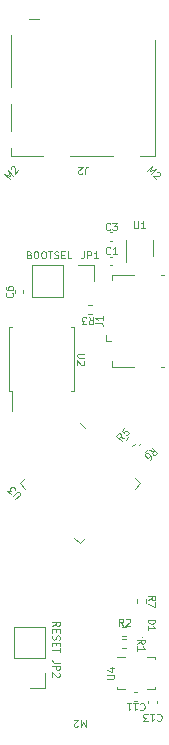
<source format=gbr>
%TF.GenerationSoftware,KiCad,Pcbnew,(6.0.7)*%
%TF.CreationDate,2022-08-25T19:07:38-04:00*%
%TF.ProjectId,msbaker,6d736261-6b65-4722-9e6b-696361645f70,3*%
%TF.SameCoordinates,Original*%
%TF.FileFunction,Legend,Top*%
%TF.FilePolarity,Positive*%
%FSLAX46Y46*%
G04 Gerber Fmt 4.6, Leading zero omitted, Abs format (unit mm)*
G04 Created by KiCad (PCBNEW (6.0.7)) date 2022-08-25 19:07:38*
%MOMM*%
%LPD*%
G01*
G04 APERTURE LIST*
%ADD10C,0.076200*%
%ADD11C,0.120000*%
%ADD12C,0.100000*%
G04 APERTURE END LIST*
D10*
%TO.C,J2*%
X184703333Y-81334047D02*
X184703333Y-80898333D01*
X184732380Y-80811190D01*
X184790476Y-80753095D01*
X184877619Y-80724047D01*
X184935714Y-80724047D01*
X184441904Y-81275952D02*
X184412857Y-81305000D01*
X184354761Y-81334047D01*
X184209523Y-81334047D01*
X184151428Y-81305000D01*
X184122380Y-81275952D01*
X184093333Y-81217857D01*
X184093333Y-81159761D01*
X184122380Y-81072619D01*
X184470952Y-80724047D01*
X184093333Y-80724047D01*
%TO.C,J1*%
X185565952Y-93953333D02*
X186001666Y-93953333D01*
X186088809Y-93982380D01*
X186146904Y-94040476D01*
X186175952Y-94127619D01*
X186175952Y-94185714D01*
X186175952Y-93343333D02*
X186175952Y-93691904D01*
X186175952Y-93517619D02*
X185565952Y-93517619D01*
X185653095Y-93575714D01*
X185711190Y-93633809D01*
X185740238Y-93691904D01*
%TO.C,R2*%
X187898333Y-119575952D02*
X187695000Y-119285476D01*
X187549761Y-119575952D02*
X187549761Y-118965952D01*
X187782142Y-118965952D01*
X187840238Y-118995000D01*
X187869285Y-119024047D01*
X187898333Y-119082142D01*
X187898333Y-119169285D01*
X187869285Y-119227380D01*
X187840238Y-119256428D01*
X187782142Y-119285476D01*
X187549761Y-119285476D01*
X188130714Y-119024047D02*
X188159761Y-118995000D01*
X188217857Y-118965952D01*
X188363095Y-118965952D01*
X188421190Y-118995000D01*
X188450238Y-119024047D01*
X188479285Y-119082142D01*
X188479285Y-119140238D01*
X188450238Y-119227380D01*
X188101666Y-119575952D01*
X188479285Y-119575952D01*
%TO.C,U1*%
X188835238Y-85315952D02*
X188835238Y-85809761D01*
X188864285Y-85867857D01*
X188893333Y-85896904D01*
X188951428Y-85925952D01*
X189067619Y-85925952D01*
X189125714Y-85896904D01*
X189154761Y-85867857D01*
X189183809Y-85809761D01*
X189183809Y-85315952D01*
X189793809Y-85925952D02*
X189445238Y-85925952D01*
X189619523Y-85925952D02*
X189619523Y-85315952D01*
X189561428Y-85403095D01*
X189503333Y-85461190D01*
X189445238Y-85490238D01*
%TO.C,U2*%
X184634047Y-96535238D02*
X184140238Y-96535238D01*
X184082142Y-96564285D01*
X184053095Y-96593333D01*
X184024047Y-96651428D01*
X184024047Y-96767619D01*
X184053095Y-96825714D01*
X184082142Y-96854761D01*
X184140238Y-96883809D01*
X184634047Y-96883809D01*
X184575952Y-97145238D02*
X184605000Y-97174285D01*
X184634047Y-97232380D01*
X184634047Y-97377619D01*
X184605000Y-97435714D01*
X184575952Y-97464761D01*
X184517857Y-97493809D01*
X184459761Y-97493809D01*
X184372619Y-97464761D01*
X184024047Y-97116190D01*
X184024047Y-97493809D01*
%TO.C,U4*%
X186565952Y-124064761D02*
X187059761Y-124064761D01*
X187117857Y-124035714D01*
X187146904Y-124006666D01*
X187175952Y-123948571D01*
X187175952Y-123832380D01*
X187146904Y-123774285D01*
X187117857Y-123745238D01*
X187059761Y-123716190D01*
X186565952Y-123716190D01*
X186769285Y-123164285D02*
X187175952Y-123164285D01*
X186536904Y-123309523D02*
X186972619Y-123454761D01*
X186972619Y-123077142D01*
%TO.C,M2*%
X189955696Y-81045951D02*
X190387031Y-80614616D01*
X190222713Y-81066491D01*
X190674588Y-80902173D01*
X190243252Y-81333508D01*
X190818366Y-81128110D02*
X190859445Y-81128110D01*
X190921065Y-81148650D01*
X191023764Y-81251349D01*
X191044303Y-81312968D01*
X191044303Y-81354048D01*
X191023764Y-81415667D01*
X190982684Y-81456747D01*
X190900525Y-81497826D01*
X190407571Y-81497826D01*
X190674588Y-81764843D01*
%TO.C,C3*%
X186798333Y-86017857D02*
X186769285Y-86046904D01*
X186682142Y-86075952D01*
X186624047Y-86075952D01*
X186536904Y-86046904D01*
X186478809Y-85988809D01*
X186449761Y-85930714D01*
X186420714Y-85814523D01*
X186420714Y-85727380D01*
X186449761Y-85611190D01*
X186478809Y-85553095D01*
X186536904Y-85495000D01*
X186624047Y-85465952D01*
X186682142Y-85465952D01*
X186769285Y-85495000D01*
X186798333Y-85524047D01*
X187001666Y-85465952D02*
X187379285Y-85465952D01*
X187175952Y-85698333D01*
X187263095Y-85698333D01*
X187321190Y-85727380D01*
X187350238Y-85756428D01*
X187379285Y-85814523D01*
X187379285Y-85959761D01*
X187350238Y-86017857D01*
X187321190Y-86046904D01*
X187263095Y-86075952D01*
X187088809Y-86075952D01*
X187030714Y-86046904D01*
X187001666Y-86017857D01*
%TO.C,M2*%
X178295951Y-81744303D02*
X177864616Y-81312968D01*
X178316491Y-81477286D01*
X178152173Y-81025411D01*
X178583508Y-81456747D01*
X178378110Y-80881633D02*
X178378110Y-80840554D01*
X178398650Y-80778934D01*
X178501349Y-80676235D01*
X178562968Y-80655696D01*
X178604048Y-80655696D01*
X178665667Y-80676235D01*
X178706747Y-80717315D01*
X178747826Y-80799474D01*
X178747826Y-81292428D01*
X179014843Y-81025411D01*
%TO.C,R7*%
X190024047Y-117398333D02*
X190314523Y-117195000D01*
X190024047Y-117049761D02*
X190634047Y-117049761D01*
X190634047Y-117282142D01*
X190605000Y-117340238D01*
X190575952Y-117369285D01*
X190517857Y-117398333D01*
X190430714Y-117398333D01*
X190372619Y-117369285D01*
X190343571Y-117340238D01*
X190314523Y-117282142D01*
X190314523Y-117049761D01*
X190634047Y-117601666D02*
X190634047Y-118008333D01*
X190024047Y-117746904D01*
%TO.C,M2*%
X184743809Y-127524047D02*
X184743809Y-128134047D01*
X184540476Y-127698333D01*
X184337142Y-128134047D01*
X184337142Y-127524047D01*
X184075714Y-128075952D02*
X184046666Y-128105000D01*
X183988571Y-128134047D01*
X183843333Y-128134047D01*
X183785238Y-128105000D01*
X183756190Y-128075952D01*
X183727142Y-128017857D01*
X183727142Y-127959761D01*
X183756190Y-127872619D01*
X184104761Y-127524047D01*
X183727142Y-127524047D01*
%TO.C,C6*%
X178517857Y-91401666D02*
X178546904Y-91430714D01*
X178575952Y-91517857D01*
X178575952Y-91575952D01*
X178546904Y-91663095D01*
X178488809Y-91721190D01*
X178430714Y-91750238D01*
X178314523Y-91779285D01*
X178227380Y-91779285D01*
X178111190Y-91750238D01*
X178053095Y-91721190D01*
X177995000Y-91663095D01*
X177965952Y-91575952D01*
X177965952Y-91517857D01*
X177995000Y-91430714D01*
X178024047Y-91401666D01*
X177965952Y-90878809D02*
X177965952Y-90995000D01*
X177995000Y-91053095D01*
X178024047Y-91082142D01*
X178111190Y-91140238D01*
X178227380Y-91169285D01*
X178459761Y-91169285D01*
X178517857Y-91140238D01*
X178546904Y-91111190D01*
X178575952Y-91053095D01*
X178575952Y-90936904D01*
X178546904Y-90878809D01*
X178517857Y-90849761D01*
X178459761Y-90820714D01*
X178314523Y-90820714D01*
X178256428Y-90849761D01*
X178227380Y-90878809D01*
X178198333Y-90936904D01*
X178198333Y-91053095D01*
X178227380Y-91111190D01*
X178256428Y-91140238D01*
X178314523Y-91169285D01*
%TO.C,R1*%
X189124047Y-121098333D02*
X189414523Y-120895000D01*
X189124047Y-120749761D02*
X189734047Y-120749761D01*
X189734047Y-120982142D01*
X189705000Y-121040238D01*
X189675952Y-121069285D01*
X189617857Y-121098333D01*
X189530714Y-121098333D01*
X189472619Y-121069285D01*
X189443571Y-121040238D01*
X189414523Y-120982142D01*
X189414523Y-120749761D01*
X189124047Y-121679285D02*
X189124047Y-121330714D01*
X189124047Y-121505000D02*
X189734047Y-121505000D01*
X189646904Y-121446904D01*
X189588809Y-121388809D01*
X189559761Y-121330714D01*
%TO.C,R6*%
X190126761Y-104732983D02*
X190475937Y-104794602D01*
X190373238Y-104486505D02*
X190804573Y-104917840D01*
X190640255Y-105082159D01*
X190578636Y-105102698D01*
X190537556Y-105102698D01*
X190475937Y-105082159D01*
X190414318Y-105020539D01*
X190393778Y-104958920D01*
X190393778Y-104917840D01*
X190414318Y-104856221D01*
X190578636Y-104691903D01*
X190188380Y-105534033D02*
X190270539Y-105451874D01*
X190291079Y-105390255D01*
X190291079Y-105349176D01*
X190270539Y-105246477D01*
X190208920Y-105143778D01*
X190044602Y-104979460D01*
X189982983Y-104958920D01*
X189941903Y-104958920D01*
X189880284Y-104979460D01*
X189798125Y-105061619D01*
X189777585Y-105123238D01*
X189777585Y-105164318D01*
X189798125Y-105225937D01*
X189900823Y-105328636D01*
X189962443Y-105349176D01*
X190003522Y-105349176D01*
X190065142Y-105328636D01*
X190147301Y-105246477D01*
X190167840Y-105184857D01*
X190167840Y-105143778D01*
X190147301Y-105082159D01*
%TO.C,R3*%
X185001666Y-93424047D02*
X185205000Y-93714523D01*
X185350238Y-93424047D02*
X185350238Y-94034047D01*
X185117857Y-94034047D01*
X185059761Y-94005000D01*
X185030714Y-93975952D01*
X185001666Y-93917857D01*
X185001666Y-93830714D01*
X185030714Y-93772619D01*
X185059761Y-93743571D01*
X185117857Y-93714523D01*
X185350238Y-93714523D01*
X184798333Y-94034047D02*
X184420714Y-94034047D01*
X184624047Y-93801666D01*
X184536904Y-93801666D01*
X184478809Y-93772619D01*
X184449761Y-93743571D01*
X184420714Y-93685476D01*
X184420714Y-93540238D01*
X184449761Y-93482142D01*
X184478809Y-93453095D01*
X184536904Y-93424047D01*
X184711190Y-93424047D01*
X184769285Y-93453095D01*
X184798333Y-93482142D01*
%TO.C,D1*%
X190024047Y-119049761D02*
X190634047Y-119049761D01*
X190634047Y-119195000D01*
X190605000Y-119282142D01*
X190546904Y-119340238D01*
X190488809Y-119369285D01*
X190372619Y-119398333D01*
X190285476Y-119398333D01*
X190169285Y-119369285D01*
X190111190Y-119340238D01*
X190053095Y-119282142D01*
X190024047Y-119195000D01*
X190024047Y-119049761D01*
X190024047Y-119979285D02*
X190024047Y-119630714D01*
X190024047Y-119805000D02*
X190634047Y-119805000D01*
X190546904Y-119746904D01*
X190488809Y-119688809D01*
X190459761Y-119630714D01*
%TO.C,R5*%
X188023238Y-103667016D02*
X187674062Y-103605397D01*
X187776761Y-103913494D02*
X187345426Y-103482159D01*
X187509744Y-103317840D01*
X187571363Y-103297301D01*
X187612443Y-103297301D01*
X187674062Y-103317840D01*
X187735681Y-103379460D01*
X187756221Y-103441079D01*
X187756221Y-103482159D01*
X187735681Y-103543778D01*
X187571363Y-103708096D01*
X187982159Y-102845426D02*
X187776761Y-103050823D01*
X187961619Y-103276761D01*
X187961619Y-103235681D01*
X187982159Y-103174062D01*
X188084857Y-103071363D01*
X188146477Y-103050823D01*
X188187556Y-103050823D01*
X188249176Y-103071363D01*
X188351874Y-103174062D01*
X188372414Y-103235681D01*
X188372414Y-103276761D01*
X188351874Y-103338380D01*
X188249176Y-103441079D01*
X188187556Y-103461619D01*
X188146477Y-103461619D01*
%TO.C,U3*%
X178792428Y-108864843D02*
X179141605Y-108515667D01*
X179162144Y-108454048D01*
X179162144Y-108412968D01*
X179141605Y-108351349D01*
X179059445Y-108269190D01*
X178997826Y-108248650D01*
X178956747Y-108248650D01*
X178895127Y-108269190D01*
X178545951Y-108618366D01*
X178381633Y-108454048D02*
X178114616Y-108187031D01*
X178422713Y-108166491D01*
X178361093Y-108104872D01*
X178340554Y-108043252D01*
X178340554Y-108002173D01*
X178361093Y-107940554D01*
X178463792Y-107837855D01*
X178525411Y-107817315D01*
X178566491Y-107817315D01*
X178628110Y-107837855D01*
X178751349Y-107961093D01*
X178771889Y-108022713D01*
X178771889Y-108063792D01*
%TO.C,JP1*%
X184591666Y-87865952D02*
X184591666Y-88301666D01*
X184562619Y-88388809D01*
X184504523Y-88446904D01*
X184417380Y-88475952D01*
X184359285Y-88475952D01*
X184882142Y-88475952D02*
X184882142Y-87865952D01*
X185114523Y-87865952D01*
X185172619Y-87895000D01*
X185201666Y-87924047D01*
X185230714Y-87982142D01*
X185230714Y-88069285D01*
X185201666Y-88127380D01*
X185172619Y-88156428D01*
X185114523Y-88185476D01*
X184882142Y-88185476D01*
X185811666Y-88475952D02*
X185463095Y-88475952D01*
X185637380Y-88475952D02*
X185637380Y-87865952D01*
X185579285Y-87953095D01*
X185521190Y-88011190D01*
X185463095Y-88040238D01*
X179958809Y-88156428D02*
X180045952Y-88185476D01*
X180075000Y-88214523D01*
X180104047Y-88272619D01*
X180104047Y-88359761D01*
X180075000Y-88417857D01*
X180045952Y-88446904D01*
X179987857Y-88475952D01*
X179755476Y-88475952D01*
X179755476Y-87865952D01*
X179958809Y-87865952D01*
X180016904Y-87895000D01*
X180045952Y-87924047D01*
X180075000Y-87982142D01*
X180075000Y-88040238D01*
X180045952Y-88098333D01*
X180016904Y-88127380D01*
X179958809Y-88156428D01*
X179755476Y-88156428D01*
X180481666Y-87865952D02*
X180597857Y-87865952D01*
X180655952Y-87895000D01*
X180714047Y-87953095D01*
X180743095Y-88069285D01*
X180743095Y-88272619D01*
X180714047Y-88388809D01*
X180655952Y-88446904D01*
X180597857Y-88475952D01*
X180481666Y-88475952D01*
X180423571Y-88446904D01*
X180365476Y-88388809D01*
X180336428Y-88272619D01*
X180336428Y-88069285D01*
X180365476Y-87953095D01*
X180423571Y-87895000D01*
X180481666Y-87865952D01*
X181120714Y-87865952D02*
X181236904Y-87865952D01*
X181295000Y-87895000D01*
X181353095Y-87953095D01*
X181382142Y-88069285D01*
X181382142Y-88272619D01*
X181353095Y-88388809D01*
X181295000Y-88446904D01*
X181236904Y-88475952D01*
X181120714Y-88475952D01*
X181062619Y-88446904D01*
X181004523Y-88388809D01*
X180975476Y-88272619D01*
X180975476Y-88069285D01*
X181004523Y-87953095D01*
X181062619Y-87895000D01*
X181120714Y-87865952D01*
X181556428Y-87865952D02*
X181905000Y-87865952D01*
X181730714Y-88475952D02*
X181730714Y-87865952D01*
X182079285Y-88446904D02*
X182166428Y-88475952D01*
X182311666Y-88475952D01*
X182369761Y-88446904D01*
X182398809Y-88417857D01*
X182427857Y-88359761D01*
X182427857Y-88301666D01*
X182398809Y-88243571D01*
X182369761Y-88214523D01*
X182311666Y-88185476D01*
X182195476Y-88156428D01*
X182137380Y-88127380D01*
X182108333Y-88098333D01*
X182079285Y-88040238D01*
X182079285Y-87982142D01*
X182108333Y-87924047D01*
X182137380Y-87895000D01*
X182195476Y-87865952D01*
X182340714Y-87865952D01*
X182427857Y-87895000D01*
X182689285Y-88156428D02*
X182892619Y-88156428D01*
X182979761Y-88475952D02*
X182689285Y-88475952D01*
X182689285Y-87865952D01*
X182979761Y-87865952D01*
X183531666Y-88475952D02*
X183241190Y-88475952D01*
X183241190Y-87865952D01*
%TO.C,C13*%
X190792142Y-127082142D02*
X190821190Y-127053095D01*
X190908333Y-127024047D01*
X190966428Y-127024047D01*
X191053571Y-127053095D01*
X191111666Y-127111190D01*
X191140714Y-127169285D01*
X191169761Y-127285476D01*
X191169761Y-127372619D01*
X191140714Y-127488809D01*
X191111666Y-127546904D01*
X191053571Y-127605000D01*
X190966428Y-127634047D01*
X190908333Y-127634047D01*
X190821190Y-127605000D01*
X190792142Y-127575952D01*
X190211190Y-127024047D02*
X190559761Y-127024047D01*
X190385476Y-127024047D02*
X190385476Y-127634047D01*
X190443571Y-127546904D01*
X190501666Y-127488809D01*
X190559761Y-127459761D01*
X190007857Y-127634047D02*
X189630238Y-127634047D01*
X189833571Y-127401666D01*
X189746428Y-127401666D01*
X189688333Y-127372619D01*
X189659285Y-127343571D01*
X189630238Y-127285476D01*
X189630238Y-127140238D01*
X189659285Y-127082142D01*
X189688333Y-127053095D01*
X189746428Y-127024047D01*
X189920714Y-127024047D01*
X189978809Y-127053095D01*
X190007857Y-127082142D01*
%TO.C,C1*%
X186798333Y-88067857D02*
X186769285Y-88096904D01*
X186682142Y-88125952D01*
X186624047Y-88125952D01*
X186536904Y-88096904D01*
X186478809Y-88038809D01*
X186449761Y-87980714D01*
X186420714Y-87864523D01*
X186420714Y-87777380D01*
X186449761Y-87661190D01*
X186478809Y-87603095D01*
X186536904Y-87545000D01*
X186624047Y-87515952D01*
X186682142Y-87515952D01*
X186769285Y-87545000D01*
X186798333Y-87574047D01*
X187379285Y-88125952D02*
X187030714Y-88125952D01*
X187205000Y-88125952D02*
X187205000Y-87515952D01*
X187146904Y-87603095D01*
X187088809Y-87661190D01*
X187030714Y-87690238D01*
%TO.C,JP2*%
X182534047Y-122691666D02*
X182098333Y-122691666D01*
X182011190Y-122662619D01*
X181953095Y-122604523D01*
X181924047Y-122517380D01*
X181924047Y-122459285D01*
X181924047Y-122982142D02*
X182534047Y-122982142D01*
X182534047Y-123214523D01*
X182505000Y-123272619D01*
X182475952Y-123301666D01*
X182417857Y-123330714D01*
X182330714Y-123330714D01*
X182272619Y-123301666D01*
X182243571Y-123272619D01*
X182214523Y-123214523D01*
X182214523Y-122982142D01*
X182475952Y-123563095D02*
X182505000Y-123592142D01*
X182534047Y-123650238D01*
X182534047Y-123795476D01*
X182505000Y-123853571D01*
X182475952Y-123882619D01*
X182417857Y-123911666D01*
X182359761Y-123911666D01*
X182272619Y-123882619D01*
X181924047Y-123534047D01*
X181924047Y-123911666D01*
X181924047Y-119614047D02*
X182214523Y-119410714D01*
X181924047Y-119265476D02*
X182534047Y-119265476D01*
X182534047Y-119497857D01*
X182505000Y-119555952D01*
X182475952Y-119585000D01*
X182417857Y-119614047D01*
X182330714Y-119614047D01*
X182272619Y-119585000D01*
X182243571Y-119555952D01*
X182214523Y-119497857D01*
X182214523Y-119265476D01*
X182243571Y-119875476D02*
X182243571Y-120078809D01*
X181924047Y-120165952D02*
X181924047Y-119875476D01*
X182534047Y-119875476D01*
X182534047Y-120165952D01*
X181953095Y-120398333D02*
X181924047Y-120485476D01*
X181924047Y-120630714D01*
X181953095Y-120688809D01*
X181982142Y-120717857D01*
X182040238Y-120746904D01*
X182098333Y-120746904D01*
X182156428Y-120717857D01*
X182185476Y-120688809D01*
X182214523Y-120630714D01*
X182243571Y-120514523D01*
X182272619Y-120456428D01*
X182301666Y-120427380D01*
X182359761Y-120398333D01*
X182417857Y-120398333D01*
X182475952Y-120427380D01*
X182505000Y-120456428D01*
X182534047Y-120514523D01*
X182534047Y-120659761D01*
X182505000Y-120746904D01*
X182243571Y-121008333D02*
X182243571Y-121211666D01*
X181924047Y-121298809D02*
X181924047Y-121008333D01*
X182534047Y-121008333D01*
X182534047Y-121298809D01*
X182534047Y-121473095D02*
X182534047Y-121821666D01*
X181924047Y-121647380D02*
X182534047Y-121647380D01*
%TO.C,C11*%
X189362142Y-126182142D02*
X189391190Y-126153095D01*
X189478333Y-126124047D01*
X189536428Y-126124047D01*
X189623571Y-126153095D01*
X189681666Y-126211190D01*
X189710714Y-126269285D01*
X189739761Y-126385476D01*
X189739761Y-126472619D01*
X189710714Y-126588809D01*
X189681666Y-126646904D01*
X189623571Y-126705000D01*
X189536428Y-126734047D01*
X189478333Y-126734047D01*
X189391190Y-126705000D01*
X189362142Y-126675952D01*
X188781190Y-126124047D02*
X189129761Y-126124047D01*
X188955476Y-126124047D02*
X188955476Y-126734047D01*
X189013571Y-126646904D01*
X189071666Y-126588809D01*
X189129761Y-126559761D01*
X188200238Y-126124047D02*
X188548809Y-126124047D01*
X188374523Y-126124047D02*
X188374523Y-126734047D01*
X188432619Y-126646904D01*
X188490714Y-126588809D01*
X188548809Y-126559761D01*
D11*
%TO.C,J2*%
X189380000Y-79820000D02*
X190610000Y-79820000D01*
X178430000Y-79820000D02*
X181110000Y-79820000D01*
X178430000Y-75400000D02*
X178430000Y-77700000D01*
X178430000Y-79100000D02*
X178430000Y-79820000D01*
X179910000Y-68180000D02*
X180770000Y-68180000D01*
X183410000Y-79820000D02*
X187080000Y-79820000D01*
X190610000Y-79820000D02*
X190610000Y-70000000D01*
X178430000Y-69550000D02*
X178430000Y-74000000D01*
%TO.C,J1*%
X186450000Y-95450000D02*
X186900000Y-95450000D01*
X188850000Y-97650000D02*
X187000000Y-97650000D01*
X191400000Y-89850000D02*
X191150000Y-89850000D01*
X191400000Y-97650000D02*
X191150000Y-97650000D01*
X186450000Y-95450000D02*
X186450000Y-95000000D01*
X188850000Y-89850000D02*
X187000000Y-89850000D01*
X187000000Y-97650000D02*
X187000000Y-97200000D01*
X187000000Y-89850000D02*
X187000000Y-90300000D01*
%TO.C,R2*%
X188153641Y-119720000D02*
X187846359Y-119720000D01*
X188153641Y-120480000D02*
X187846359Y-120480000D01*
%TO.C,U1*%
X190460000Y-88300000D02*
X190460000Y-86900000D01*
X188140000Y-86900000D02*
X188140000Y-88800000D01*
%TO.C,U2*%
X178275000Y-97000000D02*
X178275000Y-99725000D01*
X178275000Y-94275000D02*
X178535000Y-94275000D01*
X183725000Y-94275000D02*
X183465000Y-94275000D01*
X178275000Y-99725000D02*
X178535000Y-99725000D01*
X183725000Y-97000000D02*
X183725000Y-94275000D01*
X178275000Y-97000000D02*
X178275000Y-94275000D01*
X183725000Y-99725000D02*
X183465000Y-99725000D01*
X183725000Y-97000000D02*
X183725000Y-99725000D01*
X178535000Y-99725000D02*
X178535000Y-101400000D01*
%TO.C,U4*%
X188040000Y-124947500D02*
X187390000Y-124947500D01*
X190610000Y-122227500D02*
X190610000Y-122377500D01*
X189960000Y-122227500D02*
X190610000Y-122227500D01*
X189960000Y-124947500D02*
X190610000Y-124947500D01*
X190610000Y-124947500D02*
X190610000Y-124797500D01*
X187390000Y-124947500D02*
X187390000Y-124797500D01*
X188040000Y-122227500D02*
X187390000Y-122227500D01*
%TO.C,C3*%
X187007836Y-86960000D02*
X186792164Y-86960000D01*
X187007836Y-86240000D02*
X186792164Y-86240000D01*
%TO.C,R7*%
X189120000Y-117346359D02*
X189120000Y-117653641D01*
X189880000Y-117346359D02*
X189880000Y-117653641D01*
%TO.C,C6*%
X178740000Y-91407836D02*
X178740000Y-91192164D01*
X179460000Y-91407836D02*
X179460000Y-91192164D01*
%TO.C,R1*%
X188153641Y-120720000D02*
X187846359Y-120720000D01*
X188153641Y-121480000D02*
X187846359Y-121480000D01*
%TO.C,R6*%
X189760060Y-104827341D02*
X189977341Y-104610060D01*
X189222659Y-104289940D02*
X189439940Y-104072659D01*
%TO.C,R3*%
X184946359Y-92420000D02*
X185253641Y-92420000D01*
X184946359Y-93180000D02*
X185253641Y-93180000D01*
D12*
%TO.C,D1*%
X189550000Y-120590000D02*
G75*
G03*
X189550000Y-120590000I-50000J0D01*
G01*
D11*
%TO.C,R5*%
X188660060Y-104377341D02*
X188877341Y-104160060D01*
X188122659Y-103839940D02*
X188339940Y-103622659D01*
%TO.C,U3*%
X189355311Y-107500000D02*
X188895692Y-107959619D01*
X188895692Y-107040381D02*
X189355311Y-107500000D01*
X184250000Y-112605311D02*
X184709619Y-112145692D01*
X179604308Y-107959619D02*
X179144689Y-107500000D01*
X179144689Y-107500000D02*
X179604308Y-107040381D01*
X184709619Y-102854308D02*
X184250000Y-102394689D01*
X183790381Y-112145692D02*
X184250000Y-112605311D01*
%TO.C,JP1*%
X182805000Y-89070000D02*
X180205000Y-89070000D01*
X185405000Y-89070000D02*
X185405000Y-90400000D01*
X182805000Y-89070000D02*
X182805000Y-91730000D01*
X182805000Y-91730000D02*
X180205000Y-91730000D01*
X180205000Y-89070000D02*
X180205000Y-91730000D01*
X184075000Y-89070000D02*
X185405000Y-89070000D01*
%TO.C,C13*%
X190040000Y-125942164D02*
X190040000Y-126157836D01*
X190760000Y-125942164D02*
X190760000Y-126157836D01*
%TO.C,C1*%
X187007836Y-89060000D02*
X186792164Y-89060000D01*
X187007836Y-88340000D02*
X186792164Y-88340000D01*
%TO.C,JP2*%
X181330000Y-122270000D02*
X178670000Y-122270000D01*
X181330000Y-123540000D02*
X181330000Y-124870000D01*
X181330000Y-122270000D02*
X181330000Y-119670000D01*
X181330000Y-119670000D02*
X178670000Y-119670000D01*
X181330000Y-124870000D02*
X180000000Y-124870000D01*
X178670000Y-122270000D02*
X178670000Y-119670000D01*
%TO.C,C11*%
X188862164Y-125947500D02*
X189077836Y-125947500D01*
X188862164Y-125227500D02*
X189077836Y-125227500D01*
%TD*%
M02*

</source>
